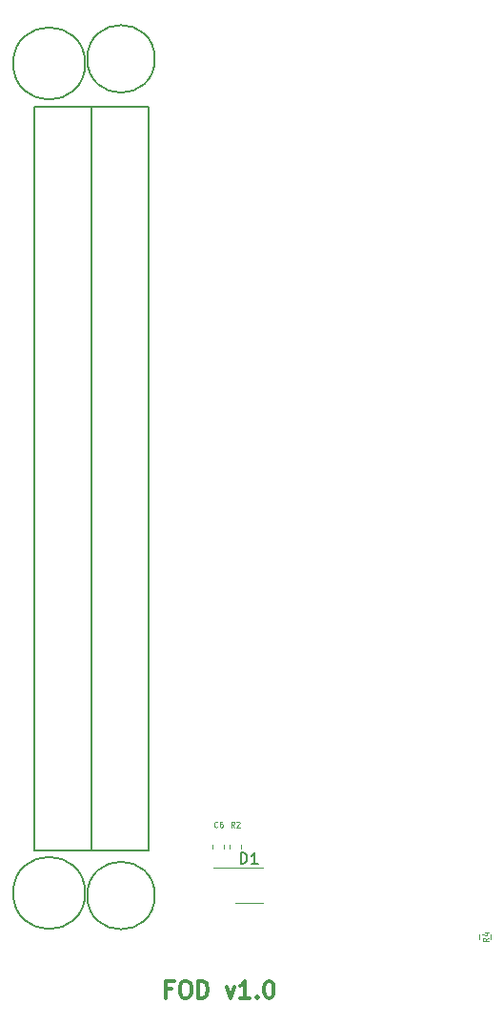
<source format=gto>
G04 #@! TF.GenerationSoftware,KiCad,Pcbnew,6.0.0-rc1-unknown-ad9916a~66~ubuntu18.04.1*
G04 #@! TF.CreationDate,2018-11-28T14:47:53-03:00*
G04 #@! TF.ProjectId,FOD,464f442e-6b69-4636-9164-5f7063625858,rev?*
G04 #@! TF.SameCoordinates,Original*
G04 #@! TF.FileFunction,Legend,Top*
G04 #@! TF.FilePolarity,Positive*
%FSLAX46Y46*%
G04 Gerber Fmt 4.6, Leading zero omitted, Abs format (unit mm)*
G04 Created by KiCad (PCBNEW 6.0.0-rc1-unknown-ad9916a~66~ubuntu18.04.1) date mié 28 nov 2018 14:47:53 -03*
%MOMM*%
%LPD*%
G01*
G04 APERTURE LIST*
%ADD10C,0.300000*%
%ADD11C,0.200000*%
%ADD12C,0.120000*%
%ADD13C,0.080000*%
%ADD14C,0.150000*%
G04 APERTURE END LIST*
D10*
X133950000Y-140592857D02*
X133450000Y-140592857D01*
X133450000Y-141378571D02*
X133450000Y-139878571D01*
X134164285Y-139878571D01*
X135021428Y-139878571D02*
X135307142Y-139878571D01*
X135450000Y-139950000D01*
X135592857Y-140092857D01*
X135664285Y-140378571D01*
X135664285Y-140878571D01*
X135592857Y-141164285D01*
X135450000Y-141307142D01*
X135307142Y-141378571D01*
X135021428Y-141378571D01*
X134878571Y-141307142D01*
X134735714Y-141164285D01*
X134664285Y-140878571D01*
X134664285Y-140378571D01*
X134735714Y-140092857D01*
X134878571Y-139950000D01*
X135021428Y-139878571D01*
X136307142Y-141378571D02*
X136307142Y-139878571D01*
X136664285Y-139878571D01*
X136878571Y-139950000D01*
X137021428Y-140092857D01*
X137092857Y-140235714D01*
X137164285Y-140521428D01*
X137164285Y-140735714D01*
X137092857Y-141021428D01*
X137021428Y-141164285D01*
X136878571Y-141307142D01*
X136664285Y-141378571D01*
X136307142Y-141378571D01*
X138807142Y-140378571D02*
X139164285Y-141378571D01*
X139521428Y-140378571D01*
X140878571Y-141378571D02*
X140021428Y-141378571D01*
X140450000Y-141378571D02*
X140450000Y-139878571D01*
X140307142Y-140092857D01*
X140164285Y-140235714D01*
X140021428Y-140307142D01*
X141521428Y-141235714D02*
X141592857Y-141307142D01*
X141521428Y-141378571D01*
X141450000Y-141307142D01*
X141521428Y-141235714D01*
X141521428Y-141378571D01*
X142521428Y-139878571D02*
X142664285Y-139878571D01*
X142807142Y-139950000D01*
X142878571Y-140021428D01*
X142950000Y-140164285D01*
X143021428Y-140450000D01*
X143021428Y-140807142D01*
X142950000Y-141092857D01*
X142878571Y-141235714D01*
X142807142Y-141307142D01*
X142664285Y-141378571D01*
X142521428Y-141378571D01*
X142378571Y-141307142D01*
X142307142Y-141235714D01*
X142235714Y-141092857D01*
X142164285Y-140807142D01*
X142164285Y-140450000D01*
X142235714Y-140164285D01*
X142307142Y-140021428D01*
X142378571Y-139950000D01*
X142521428Y-139878571D01*
D11*
G04 #@! TO.C,U2*
X132440001Y-57990001D02*
G75*
G03X132440001Y-57990001I-3000000J0D01*
G01*
X126250001Y-58400001D02*
G75*
G03X126250001Y-58400001I-3200000J0D01*
G01*
X132440001Y-132290001D02*
G75*
G03X132440001Y-132290001I-3000000J0D01*
G01*
X126250001Y-132060001D02*
G75*
G03X126250001Y-132060001I-3200000J0D01*
G01*
X126840001Y-62210001D02*
X126840001Y-128250001D01*
X121760001Y-128250001D02*
X121760001Y-62210001D01*
X131920001Y-128250001D02*
X121760001Y-128250001D01*
X131920001Y-62210001D02*
X131920001Y-128250001D01*
X121760001Y-62210001D02*
X131920001Y-62210001D01*
D12*
G04 #@! TO.C,C6*
X138610000Y-128121267D02*
X138610000Y-127778733D01*
X137590000Y-128121267D02*
X137590000Y-127778733D01*
G04 #@! TO.C,D1*
X142075000Y-132950000D02*
X139575000Y-132950000D01*
X142075000Y-129850000D02*
X137675000Y-129850000D01*
G04 #@! TO.C,R2*
X139090000Y-128121267D02*
X139090000Y-127778733D01*
X140110000Y-128121267D02*
X140110000Y-127778733D01*
G04 #@! TO.C,R4*
X161290000Y-136121267D02*
X161290000Y-135778733D01*
X162310000Y-136121267D02*
X162310000Y-135778733D01*
G04 #@! TO.C,C6*
D13*
X138016666Y-126178571D02*
X137992857Y-126202380D01*
X137921428Y-126226190D01*
X137873809Y-126226190D01*
X137802380Y-126202380D01*
X137754761Y-126154761D01*
X137730952Y-126107142D01*
X137707142Y-126011904D01*
X137707142Y-125940476D01*
X137730952Y-125845238D01*
X137754761Y-125797619D01*
X137802380Y-125750000D01*
X137873809Y-125726190D01*
X137921428Y-125726190D01*
X137992857Y-125750000D01*
X138016666Y-125773809D01*
X138445238Y-125726190D02*
X138350000Y-125726190D01*
X138302380Y-125750000D01*
X138278571Y-125773809D01*
X138230952Y-125845238D01*
X138207142Y-125940476D01*
X138207142Y-126130952D01*
X138230952Y-126178571D01*
X138254761Y-126202380D01*
X138302380Y-126226190D01*
X138397619Y-126226190D01*
X138445238Y-126202380D01*
X138469047Y-126178571D01*
X138492857Y-126130952D01*
X138492857Y-126011904D01*
X138469047Y-125964285D01*
X138445238Y-125940476D01*
X138397619Y-125916666D01*
X138302380Y-125916666D01*
X138254761Y-125940476D01*
X138230952Y-125964285D01*
X138207142Y-126011904D01*
G04 #@! TO.C,D1*
D14*
X140066904Y-129472380D02*
X140066904Y-128472380D01*
X140305000Y-128472380D01*
X140447857Y-128520000D01*
X140543095Y-128615238D01*
X140590714Y-128710476D01*
X140638333Y-128900952D01*
X140638333Y-129043809D01*
X140590714Y-129234285D01*
X140543095Y-129329523D01*
X140447857Y-129424761D01*
X140305000Y-129472380D01*
X140066904Y-129472380D01*
X141590714Y-129472380D02*
X141019285Y-129472380D01*
X141305000Y-129472380D02*
X141305000Y-128472380D01*
X141209761Y-128615238D01*
X141114523Y-128710476D01*
X141019285Y-128758095D01*
G04 #@! TO.C,R2*
D13*
X139516666Y-126226190D02*
X139350000Y-125988095D01*
X139230952Y-126226190D02*
X139230952Y-125726190D01*
X139421428Y-125726190D01*
X139469047Y-125750000D01*
X139492857Y-125773809D01*
X139516666Y-125821428D01*
X139516666Y-125892857D01*
X139492857Y-125940476D01*
X139469047Y-125964285D01*
X139421428Y-125988095D01*
X139230952Y-125988095D01*
X139707142Y-125773809D02*
X139730952Y-125750000D01*
X139778571Y-125726190D01*
X139897619Y-125726190D01*
X139945238Y-125750000D01*
X139969047Y-125773809D01*
X139992857Y-125821428D01*
X139992857Y-125869047D01*
X139969047Y-125940476D01*
X139683333Y-126226190D01*
X139992857Y-126226190D01*
G04 #@! TO.C,R4*
X162076190Y-136033333D02*
X161838095Y-136200000D01*
X162076190Y-136319047D02*
X161576190Y-136319047D01*
X161576190Y-136128571D01*
X161600000Y-136080952D01*
X161623809Y-136057142D01*
X161671428Y-136033333D01*
X161742857Y-136033333D01*
X161790476Y-136057142D01*
X161814285Y-136080952D01*
X161838095Y-136128571D01*
X161838095Y-136319047D01*
X161742857Y-135604761D02*
X162076190Y-135604761D01*
X161552380Y-135723809D02*
X161909523Y-135842857D01*
X161909523Y-135533333D01*
G04 #@! TD*
M02*

</source>
